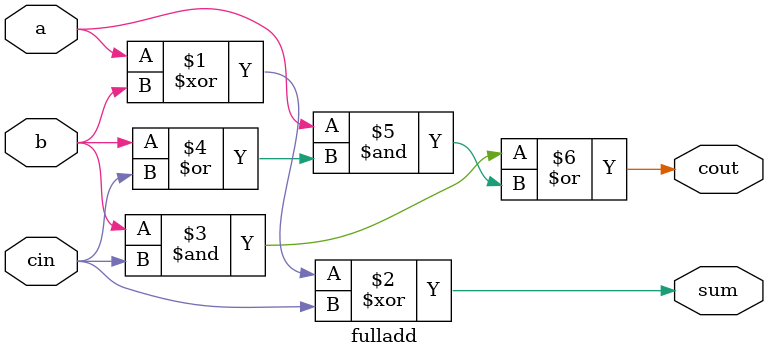
<source format=sv>
module top_module( 
    input [99:0] a, b,
    input cin,
    output [99:0] cout,
    output [99:0] sum );

    fulladd iadd[99:0](a, b, {cout[98:0], cin}, cout, sum);
endmodule

module fulladd(input a, input b, input cin, output cout, output sum);
    assign sum = a ^ b ^ cin;
    assign cout = (b & cin) | a & (b | cin);
endmodule
</source>
